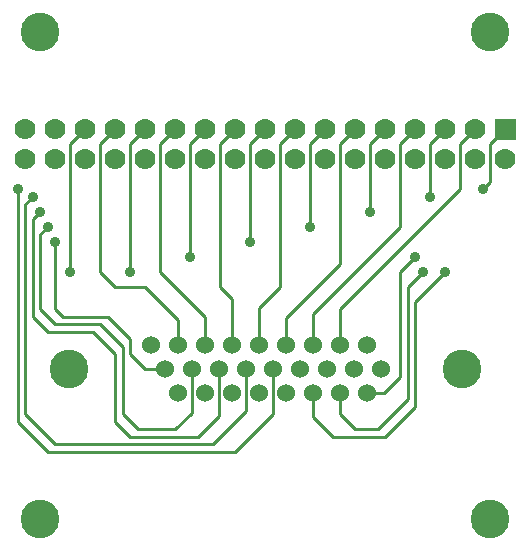
<source format=gbr>
G04 start of page 2 for group 0 idx 0 *
G04 Title: (unknown), component *
G04 Creator: pcb 20110918 *
G04 CreationDate: Wed 06 Jul 2016 08:46:05 AM GMT UTC *
G04 For: thomasc *
G04 Format: Gerber/RS-274X *
G04 PCB-Dimensions: 190000 192500 *
G04 PCB-Coordinate-Origin: lower left *
%MOIN*%
%FSLAX25Y25*%
%LNTOP*%
%ADD20C,0.0420*%
%ADD19C,0.0380*%
%ADD18C,0.0200*%
%ADD17C,0.1250*%
%ADD16C,0.0360*%
%ADD15C,0.0001*%
%ADD14C,0.0700*%
%ADD13C,0.0600*%
%ADD12C,0.1290*%
%ADD11C,0.0100*%
G54D11*X115000Y145000D02*X110000Y140000D01*
X135000Y145000D02*X130000Y140000D01*
Y117500D01*
X110000Y140000D02*Y112500D01*
X95000Y145000D02*X90000Y140000D01*
Y107500D01*
X80000Y140000D02*Y92500D01*
X125000Y145000D02*X120000Y140000D01*
X105000Y145000D02*X100000Y140000D01*
X85000Y145000D02*X80000Y140000D01*
X88500Y65000D02*Y51000D01*
X77500Y40000D01*
X97500Y65000D02*Y50000D01*
X85000Y37500D01*
X111000Y57000D02*Y49000D01*
X117500Y42500D01*
X134500Y57000D02*X140000Y62500D01*
Y97500D01*
X142500Y55000D02*Y92500D01*
X145000Y52500D02*Y87500D01*
X142500Y92500D02*X147500Y97500D01*
X120000Y85000D02*Y73000D01*
X111000Y83500D02*Y73000D01*
X120000Y100000D02*X102000Y82000D01*
Y73000D01*
X93000D02*Y85500D01*
X100000Y92500D01*
X84000Y73000D02*Y88500D01*
X80000Y92500D01*
X155000Y145000D02*X150000Y140000D01*
Y122500D01*
X165000Y145000D02*X160000Y140000D01*
Y125000D01*
X140000Y97500D02*X145000Y102500D01*
X175000Y145000D02*X170000Y140000D01*
Y127500D01*
X167500Y125000D01*
X160000D02*X120000Y85000D01*
X140000Y112500D02*X111000Y83500D01*
X120000Y140000D02*Y100000D01*
X100000Y140000D02*Y92500D01*
X145000Y87500D02*X155000Y97500D01*
X145000Y145000D02*X140000Y140000D01*
Y112500D01*
X132500Y45000D02*X142500Y55000D01*
X129000Y57000D02*X134500D01*
X120000D02*Y50000D01*
X125000Y45000D01*
X132500D01*
X117500Y42500D02*X135000D01*
X145000Y52500D01*
X55000Y145000D02*X50000Y140000D01*
X75000Y145000D02*X70000Y140000D01*
X50000D02*Y97500D01*
X70000Y140000D02*Y102500D01*
X60000Y140000D02*X65000Y145000D01*
X60000Y97500D02*Y140000D01*
X35000Y145000D02*X30000Y140000D01*
X40000Y97500D02*Y140000D01*
X45000Y145000D01*
X30000Y140000D02*Y97500D01*
X66000Y73000D02*Y81500D01*
X55000Y92500D01*
X45000D01*
X40000Y97500D01*
X75000Y73000D02*Y82500D01*
X60000Y97500D01*
X55000Y65000D02*X50000Y70000D01*
Y75000D01*
X15000Y50000D02*Y120000D01*
X17500Y122500D01*
Y115000D02*X20000Y117500D01*
Y110000D02*X22500Y112500D01*
X25000Y107500D02*Y85000D01*
X20000D02*Y110000D01*
X17500Y82500D02*Y115000D01*
X45000Y70000D02*X37500Y77500D01*
X47500Y72500D02*X40000Y80000D01*
X50000Y75000D02*X42500Y82500D01*
X27500D01*
X25000Y85000D02*X27500Y82500D01*
X40000Y80000D02*X25000D01*
X20000Y85000D01*
X37500Y77500D02*X22500D01*
X17500Y82500D01*
X12500Y47500D02*Y125000D01*
X61500Y65000D02*X55000D01*
X65000Y45000D02*X52500D01*
X47500Y50000D01*
Y72500D01*
X50000Y42500D02*X45000Y47500D01*
Y70000D01*
X70500Y65000D02*Y50500D01*
X65000Y45000D01*
X79500Y65000D02*Y49500D01*
X72500Y42500D01*
X50000D01*
X77500Y40000D02*X25000D01*
X15000Y50000D01*
X22500Y37500D02*X12500Y47500D01*
X85000Y37500D02*X22500D01*
G54D12*X29500Y65000D03*
X160500D03*
G54D13*X115500D03*
X120000Y57000D03*
X129000D03*
X124500Y65000D03*
X120000Y73000D03*
X133500Y65000D03*
X129000Y73000D03*
X97500Y65000D03*
X106500D03*
X102000Y57000D03*
Y73000D03*
X111000Y57000D03*
Y73000D03*
X93000Y57000D03*
Y73000D03*
X88500Y65000D03*
X84000Y57000D03*
X79500Y65000D03*
X75000Y57000D03*
X70500Y65000D03*
X66000Y57000D03*
X61500Y65000D03*
X84000Y73000D03*
X75000D03*
X66000D03*
X57000D03*
G54D14*X175000Y135000D03*
G54D15*G36*
X171500Y148500D02*Y141500D01*
X178500D01*
Y148500D01*
X171500D01*
G37*
G54D14*X165000Y145000D03*
X155000D03*
X165000Y135000D03*
X155000D03*
X145000D03*
X135000D03*
X125000D03*
X115000D03*
X145000Y145000D03*
X135000D03*
X125000D03*
X115000D03*
X105000Y135000D03*
X95000D03*
X85000D03*
X105000Y145000D03*
X95000D03*
X85000D03*
X75000D03*
X65000D03*
X55000D03*
X75000Y135000D03*
X65000D03*
X55000D03*
X45000D03*
Y145000D03*
X35000Y135000D03*
X25000D03*
X15000D03*
X35000Y145000D03*
X25000D03*
X15000D03*
G54D12*X20000Y15000D03*
Y177500D03*
G54D16*X17500Y122500D03*
X20000Y117500D03*
X90000Y107500D03*
X110000Y112500D03*
X22500D03*
X25000Y107500D03*
X50000Y97500D03*
X70000Y102500D03*
X30000Y97500D03*
X12500Y125000D03*
G54D12*X170000Y15000D03*
Y177500D03*
G54D16*X150000Y122500D03*
X130000Y117500D03*
X147500Y97500D03*
X145000Y102500D03*
X167500Y125000D03*
X155000Y97500D03*
G54D17*G54D18*G54D17*G54D18*G54D17*G54D19*G54D20*M02*

</source>
